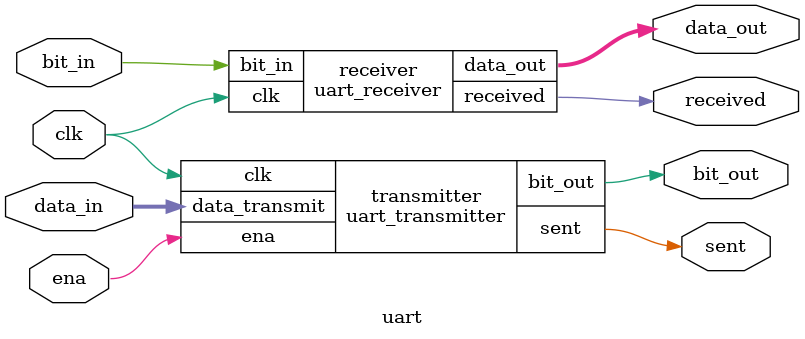
<source format=v>
module uart_receiver(
  input clk,
  input bit_in,
  output reg received,
  output reg [7:0] data_out
);
  reg last_bit;
  reg receiving = 0;
  reg [7:0] count;
  always@(posedge clk) begin
    if (~receiving & last_bit & ~bit_in) begin
	   receiving <= 1;
		received <= 0;
		count <= 0;
	 end
	 last_bit <= bit_in;
	 if (receiving)
	   count <= count + 1'b1;
	 else
	   count <= 0;
    case (count)
	   8'd24: data_out[0] <= bit_in;
		8'd40: data_out[1] <= bit_in;
		8'd56: data_out[2] <= bit_in;
		8'd72: data_out[3] <= bit_in;
		8'd88: data_out[4] <= bit_in;
		8'd104: data_out[5] <= bit_in;
		8'd120: data_out[6] <= bit_in;
		8'd136: data_out[7] <= bit_in;
		8'd152: begin
		  received <= 1;
		  receiving <= 0;
		end
	 endcase
  end
endmodule

module uart_transmitter(
  input clk,
  input [7:0] data_transmit,
  input ena,
  output reg sent,
  output reg bit_out
);
  reg last_ena;
  reg sending = 0;
  reg[7:0] count;
  reg[7:0] temp;
  always@(posedge clk) begin
    if (~sending & ~last_ena & ena) begin
	   temp <= data_transmit;
		sending <= 1;
		sent <= 0;
		count <= 0;
	 end
	 last_ena <= ena;
	 if (sending)
	   count <= count+1;
	 else begin
	   count <= 0;
		bit_out <= 1'b1;
	 end
	 case (count)
	   8'd8: bit_out <= 1'b0;
	   8'd24: bit_out <= temp[0];
		8'd40: bit_out <= temp[1];
		8'd56: bit_out <= temp[2];
		8'd72: bit_out <= temp[3];
		8'd88: bit_out <= temp[4];
		8'd104: bit_out <= temp[5];
		8'd120: bit_out <= temp[6];
		8'd136: bit_out <= temp[7];
		8'd152: begin
		  sent <= 1'b1;
		  sending <= 0;
		end
	  endcase
  end
endmodule

module uart(
	input clk,
	input bit_in,
	output bit_out,
	input [7:0] data_in,
	output [7:0] data_out,
	output sent,
	output received,
	input ena
);
  uart_receiver receiver(clk, bit_in, received, data_out);
  uart_transmitter transmitter(clk, data_in, ena, sent, bit_out);
endmodule

</source>
